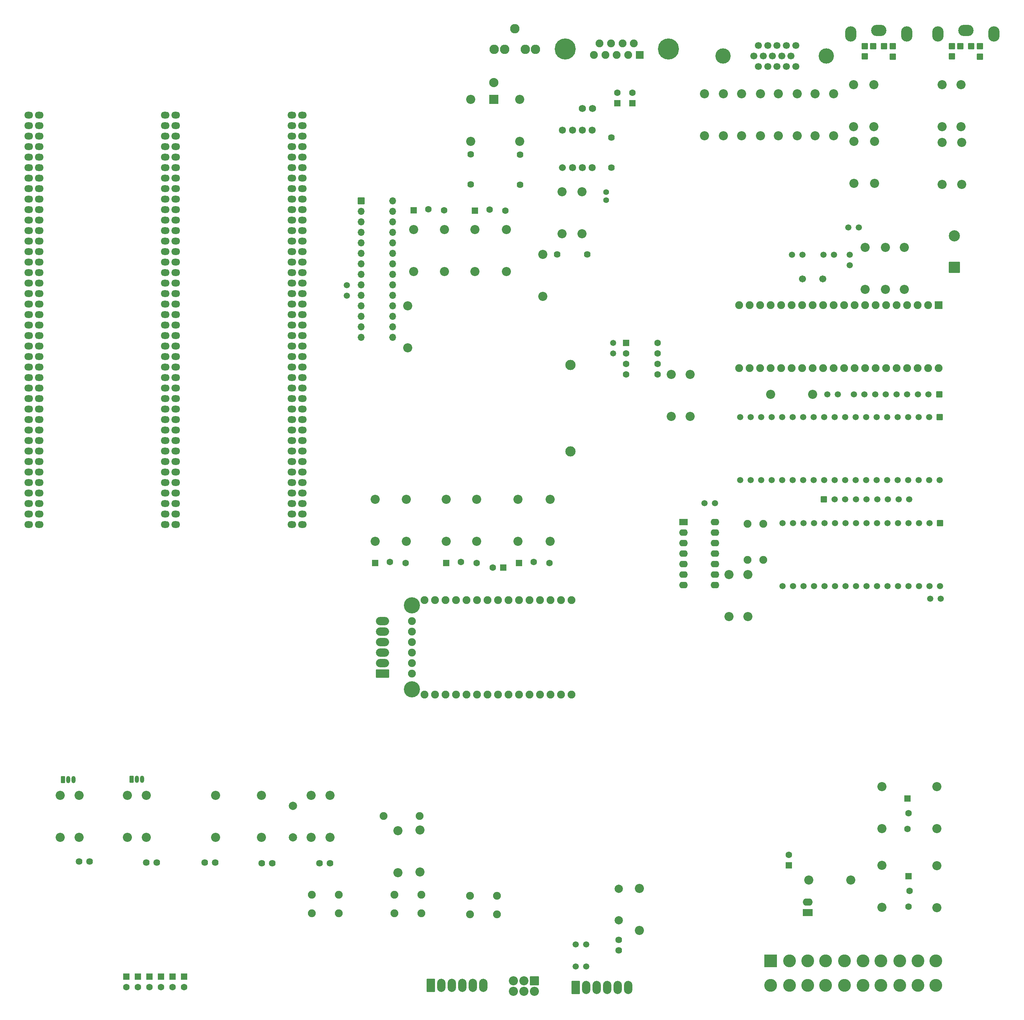
<source format=gbs>
G04 Layer: BottomSolderMaskLayer*
G04 EasyEDA v6.5.22, 2023-01-04 08:48:55*
G04 028e3914a6f949ed9ca799ef75e4ed4f,10*
G04 Gerber Generator version 0.2*
G04 Scale: 100 percent, Rotated: No, Reflected: No *
G04 Dimensions in millimeters *
G04 leading zeros omitted , absolute positions ,4 integer and 5 decimal *
%FSLAX45Y45*%
%MOMM*%

%AMMACRO1*1,1,$1,$2,$3*1,1,$1,$4,$5*1,1,$1,0-$2,0-$3*1,1,$1,0-$4,0-$5*20,1,$1,$2,$3,$4,$5,0*20,1,$1,$4,$5,0-$2,0-$3,0*20,1,$1,0-$2,0-$3,0-$4,0-$5,0*20,1,$1,0-$4,0-$5,$2,$3,0*4,1,4,$2,$3,$4,$5,0-$2,0-$3,0-$4,0-$5,$2,$3,0*%
%ADD10C,1.6002*%
%ADD11MACRO1,0.1016X0.7493X-0.7493X-0.7493X-0.7493*%
%ADD12MACRO1,0.2032X-1.25X-1.25X-1.25X1.25*%
%ADD13C,2.7032*%
%ADD14MACRO1,0.1016X0.7493X0.7493X0.7493X-0.7493*%
%ADD15C,2.4892*%
%ADD16R,1.6002X1.6002*%
%ADD17O,2.7432000000000003X3.7084000000000006*%
%ADD18O,3.7084000000000006X2.7432000000000003*%
%ADD19MACRO1,0.1016X-0.7112X0.7112X0.7112X0.7112*%
%ADD20C,3.7008*%
%ADD21C,1.6942*%
%ADD22MACRO1,0.1016X0.7501X0.7501X0.7501X-0.7501*%
%ADD23C,1.6016*%
%ADD24C,2.2032*%
%ADD25MACRO1,0.1016X-0.7501X0.7501X0.7501X0.7501*%
%ADD26C,1.4986*%
%ADD27C,1.4016*%
%ADD28MACRO1,0.24X-1X-1X-1X1*%
%ADD29C,2.2400*%
%ADD30C,1.7272*%
%ADD31C,1.6240*%
%ADD32C,1.9016*%
%ADD33C,2.0066*%
%ADD34MACRO1,0.1016X1.15X0.825X1.15X-0.825*%
%ADD35O,2.4015954X1.7516094000000002*%
%ADD36O,3.2031940000000003X2.0031963999999998*%
%ADD37MACRO1,0.2032X-1.5X-0.9X-1.5X0.9*%
%ADD38O,2.0031963999999998X3.2031940000000003*%
%ADD39MACRO1,0.2032X-0.9X1.5X0.9X1.5*%
%ADD40MACRO1,0.2032X-1X1X1X1*%
%ADD41C,2.2860*%
%ADD42O,2.1336X1.6256000000000002*%
%ADD43C,1.6256*%
%ADD44C,1.6600*%
%ADD45C,1.7200*%
%ADD46C,3.9116*%
%ADD47C,5.1016*%
%ADD48MACRO1,0.1016X0.9X-0.9X-0.9X-0.9*%
%ADD49MACRO1,0.1016X-0.45X0.8X0.45X0.8*%
%ADD50O,1.0015981999999999X1.7015968*%
%ADD51O,2.1015960000000002X1.6015970000000002*%
%ADD52MACRO1,0.1016X-1X0.75X1X0.75*%
%ADD53MACRO1,0.1016X0.75X0.75X0.75X-0.75*%
%ADD54O,1.7015968000000001X1.7015968000000001*%
%ADD55MACRO1,0.1016X-0.8X0.8X0.8X0.8*%
%ADD56C,3.1016*%
%ADD57MACRO1,0.1016X1.5X-1.5X-1.5X-1.5*%
%ADD58C,1.7016*%
%ADD59C,1.4732*%
%ADD60MACRO1,0.1016X-0.7099X0.7099X0.7099X0.7099*%
%ADD61C,1.5215*%
%ADD62MACRO1,0.1016X0.7099X-0.7099X-0.7099X-0.7099*%
%ADD63MACRO1,0.1016X0.6985X-0.6985X-0.6985X-0.6985*%
%ADD64C,0.0146*%

%LPD*%
D10*
G01*
X11747500Y-13487400D03*
D11*
G01*
X12001500Y-13487400D03*
D12*
G01*
X22910816Y-6221870D03*
D13*
G01*
X22910815Y-5462005D03*
D10*
G01*
X3441700Y-23634700D03*
D14*
G01*
X3441700Y-23380700D03*
D10*
G01*
X3162300Y-23634700D03*
D14*
G01*
X3162300Y-23380700D03*
D10*
G01*
X2882900Y-23634700D03*
D14*
G01*
X2882900Y-23380700D03*
D15*
G01*
X13627100Y-8578850D03*
G01*
X13627100Y-10674350D03*
D10*
G01*
X18910300Y-20434300D03*
D16*
G01*
X18910300Y-20688300D03*
D17*
G01*
X23870920Y-571500D03*
G01*
X22514559Y-571500D03*
D18*
G01*
X23190200Y-490220D03*
D19*
G01*
X23319739Y-871219D03*
G01*
X23060660Y-871219D03*
G01*
X22849839Y-871219D03*
G01*
X23530560Y-871219D03*
G01*
X23530560Y-1120140D03*
G01*
X22849839Y-1115059D03*
D17*
G01*
X21762720Y-571500D03*
G01*
X20406359Y-571500D03*
D18*
G01*
X21082000Y-490220D03*
D19*
G01*
X21211539Y-871219D03*
G01*
X20952460Y-871219D03*
G01*
X20741639Y-871219D03*
G01*
X21422360Y-871219D03*
G01*
X21422360Y-1120140D03*
G01*
X20741639Y-1115059D03*
D20*
G01*
X19817410Y-1104976D03*
G01*
X17317389Y-1104976D03*
D21*
G01*
X19073647Y-1358976D03*
G01*
X18848654Y-1358976D03*
G01*
X18623661Y-1358976D03*
G01*
X18398667Y-1358976D03*
G01*
X18173649Y-1358976D03*
G01*
X18961150Y-1104976D03*
G01*
X18736157Y-1104976D03*
G01*
X18511164Y-1104976D03*
G01*
X18286171Y-1104976D03*
G01*
X18061152Y-1104976D03*
G01*
X19073647Y-850976D03*
G01*
X18848654Y-850976D03*
G01*
X18623661Y-850976D03*
G01*
X18398667Y-850976D03*
G01*
X18173649Y-850976D03*
D22*
G01*
X21780500Y-19075400D03*
D23*
G01*
X21805900Y-19431000D03*
G01*
X21780500Y-19812000D03*
D24*
G01*
X21158200Y-18783300D03*
G01*
X21158200Y-19799300D03*
G01*
X22491700Y-19799249D03*
G01*
X22491700Y-18783249D03*
D25*
G01*
X9829800Y-4838700D03*
D23*
G01*
X10185400Y-4813300D03*
G01*
X10566400Y-4838700D03*
D25*
G01*
X11315700Y-4851400D03*
D23*
G01*
X11671300Y-4826000D03*
G01*
X12052300Y-4851400D03*
D24*
G01*
X10579100Y-6324600D03*
G01*
X10579100Y-5308600D03*
G01*
X9829800Y-6324600D03*
G01*
X9829800Y-5308600D03*
G01*
X12077700Y-6324600D03*
G01*
X12077700Y-5308600D03*
G01*
X11315700Y-6324600D03*
G01*
X11315700Y-5308600D03*
D26*
G01*
X20383500Y-6172200D03*
G01*
X20383500Y-5918200D03*
G01*
X20345400Y-5257800D03*
G01*
X20599400Y-5257800D03*
G01*
X19837400Y-9296400D03*
G01*
X20091400Y-9296400D03*
G01*
X17119600Y-11925300D03*
G01*
X16865600Y-11925300D03*
G01*
X22580600Y-14236700D03*
G01*
X22326600Y-14236700D03*
G01*
X19748500Y-5918200D03*
G01*
X20002500Y-5918200D03*
G01*
X18986500Y-5918200D03*
G01*
X19240500Y-5918200D03*
G01*
X14008100Y-23139400D03*
G01*
X13754100Y-23139400D03*
G01*
X14008100Y-22606000D03*
G01*
X13754100Y-22606000D03*
G01*
X8216900Y-6654800D03*
G01*
X8216900Y-6908800D03*
D27*
G01*
X14490700Y-4595799D03*
G01*
X14490700Y-4395800D03*
D28*
G01*
X11772900Y-2155799D03*
D29*
G01*
X11772900Y-1745792D03*
D30*
G01*
X13908506Y-2374900D03*
G01*
X14158493Y-2374900D03*
D31*
G01*
X12407900Y-3495802D03*
G01*
X12407900Y-4225797D03*
G01*
X11214100Y-4213097D03*
G01*
X11214100Y-3483102D03*
G01*
X14617700Y-3076702D03*
G01*
X14617700Y-3806697D03*
G01*
X13300202Y-5905500D03*
G01*
X14030197Y-5905500D03*
D32*
G01*
X17907000Y-12430099D03*
G01*
X17907000Y-13300100D03*
G01*
X18288000Y-12430099D03*
G01*
X18288000Y-13300100D03*
G01*
X9102699Y-19494500D03*
G01*
X9972700Y-19494500D03*
D33*
G01*
X6908800Y-20015200D03*
G01*
X6908800Y-19253200D03*
G01*
X14795500Y-21259800D03*
G01*
X14795500Y-22021800D03*
D34*
G01*
X19367500Y-21831300D03*
D35*
G01*
X19367500Y-21577300D03*
D36*
G01*
X9080500Y-14782800D03*
G01*
X9080500Y-15036800D03*
G01*
X9080500Y-15290800D03*
G01*
X9080500Y-15544800D03*
G01*
X9080500Y-15798800D03*
D37*
G01*
X9080500Y-16052800D03*
D38*
G01*
X15024100Y-23647400D03*
G01*
X14770100Y-23647400D03*
G01*
X14516100Y-23647400D03*
G01*
X14262100Y-23647400D03*
G01*
X14008100Y-23647400D03*
D39*
G01*
X13754100Y-23647400D03*
D38*
G01*
X11518900Y-23596600D03*
G01*
X11264900Y-23596600D03*
G01*
X11010900Y-23596600D03*
G01*
X10756900Y-23596600D03*
G01*
X10502900Y-23596600D03*
D39*
G01*
X10248900Y-23596600D03*
D24*
G01*
X12242800Y-23479759D03*
G01*
X12242800Y-23733759D03*
G01*
X12496800Y-23479759D03*
G01*
X12496800Y-23733759D03*
D40*
G01*
X12750800Y-23479760D03*
D24*
G01*
X12750800Y-23733759D03*
D41*
G01*
X12280900Y-448310D03*
G01*
X12529820Y-948689D03*
G01*
X12781279Y-948689D03*
G01*
X12031979Y-948689D03*
G01*
X11780520Y-948689D03*
D42*
G01*
X7137400Y-2540000D03*
G01*
X7137400Y-11938000D03*
G01*
X7137400Y-11684000D03*
G01*
X7137400Y-11430000D03*
G01*
X7137400Y-11176000D03*
G01*
X7137400Y-10922000D03*
G01*
X7137400Y-10668000D03*
G01*
X7137400Y-10414000D03*
G01*
X7137400Y-10160000D03*
G01*
X7137400Y-9906000D03*
G01*
X7137400Y-9652000D03*
G01*
X7137400Y-9398000D03*
G01*
X7137400Y-9144000D03*
G01*
X7137400Y-8890000D03*
G01*
X7137400Y-8636000D03*
G01*
X7137400Y-8382000D03*
G01*
X7137400Y-8128000D03*
G01*
X7137400Y-7874000D03*
G01*
X7137400Y-7620000D03*
G01*
X7137400Y-7366000D03*
G01*
X7137400Y-7112000D03*
G01*
X7137400Y-6858000D03*
G01*
X7137400Y-6604000D03*
G01*
X7137400Y-6350000D03*
G01*
X7137400Y-6096000D03*
G01*
X7137400Y-5842000D03*
G01*
X7137400Y-5588000D03*
G01*
X7137400Y-5334000D03*
G01*
X7137400Y-5080000D03*
G01*
X7137400Y-4826000D03*
G01*
X7137400Y-4572000D03*
G01*
X7137400Y-4318000D03*
G01*
X7137400Y-4064000D03*
G01*
X7137400Y-3810000D03*
G01*
X7137400Y-3556000D03*
G01*
X7137400Y-3302000D03*
G01*
X7137400Y-3048000D03*
G01*
X7137400Y-2794000D03*
G01*
X7137400Y-12192000D03*
G01*
X7137400Y-12446000D03*
G01*
X6883400Y-2540000D03*
G01*
X6883400Y-11938000D03*
G01*
X6883400Y-11684000D03*
G01*
X6883400Y-11430000D03*
G01*
X6883400Y-11176000D03*
G01*
X6883400Y-10922000D03*
G01*
X6883400Y-10668000D03*
G01*
X6883400Y-10414000D03*
G01*
X6883400Y-10160000D03*
G01*
X6883400Y-9906000D03*
G01*
X6883400Y-9652000D03*
G01*
X6883400Y-9398000D03*
G01*
X6883400Y-9144000D03*
G01*
X6883400Y-8890000D03*
G01*
X6883400Y-8636000D03*
G01*
X6883400Y-8382000D03*
G01*
X6883400Y-8128000D03*
G01*
X6883400Y-7874000D03*
G01*
X6883400Y-7620000D03*
G01*
X6883400Y-7366000D03*
G01*
X6883400Y-7112000D03*
G01*
X6883400Y-6858000D03*
G01*
X6883400Y-6604000D03*
G01*
X6883400Y-6350000D03*
G01*
X6883400Y-6096000D03*
G01*
X6883400Y-5842000D03*
G01*
X6883400Y-5588000D03*
G01*
X6883400Y-5334000D03*
G01*
X6883400Y-5080000D03*
G01*
X6883400Y-4826000D03*
G01*
X6883400Y-4572000D03*
G01*
X6883400Y-4318000D03*
G01*
X6883400Y-4064000D03*
G01*
X6883400Y-3810000D03*
G01*
X6883400Y-3556000D03*
G01*
X6883400Y-3302000D03*
G01*
X6883400Y-3048000D03*
G01*
X6883400Y-2794000D03*
G01*
X6883400Y-12192000D03*
G01*
X6883400Y-12446000D03*
G01*
X4076700Y-2540000D03*
G01*
X4076700Y-11938000D03*
G01*
X4076700Y-11684000D03*
G01*
X4076700Y-11430000D03*
G01*
X4076700Y-11176000D03*
G01*
X4076700Y-10922000D03*
G01*
X4076700Y-10668000D03*
G01*
X4076700Y-10414000D03*
G01*
X4076700Y-10160000D03*
G01*
X4076700Y-9906000D03*
G01*
X4076700Y-9652000D03*
G01*
X4076700Y-9398000D03*
G01*
X4076700Y-9144000D03*
G01*
X4076700Y-8890000D03*
G01*
X4076700Y-8636000D03*
G01*
X4076700Y-8382000D03*
G01*
X4076700Y-8128000D03*
G01*
X4076700Y-7874000D03*
G01*
X4076700Y-7620000D03*
G01*
X4076700Y-7366000D03*
G01*
X4076700Y-7112000D03*
G01*
X4076700Y-6858000D03*
G01*
X4076700Y-6604000D03*
G01*
X4076700Y-6350000D03*
G01*
X4076700Y-6096000D03*
G01*
X4076700Y-5842000D03*
G01*
X4076700Y-5588000D03*
G01*
X4076700Y-5334000D03*
G01*
X4076700Y-5080000D03*
G01*
X4076700Y-4826000D03*
G01*
X4076700Y-4572000D03*
G01*
X4076700Y-4318000D03*
G01*
X4076700Y-4064000D03*
G01*
X4076700Y-3810000D03*
G01*
X4076700Y-3556000D03*
G01*
X4076700Y-3302000D03*
G01*
X4076700Y-3048000D03*
G01*
X4076700Y-2794000D03*
G01*
X4076700Y-12192000D03*
G01*
X4076700Y-12446000D03*
G01*
X3822700Y-2540000D03*
G01*
X3822700Y-11938000D03*
G01*
X3822700Y-11684000D03*
G01*
X3822700Y-11430000D03*
G01*
X3822700Y-11176000D03*
G01*
X3822700Y-10922000D03*
G01*
X3822700Y-10668000D03*
G01*
X3822700Y-10414000D03*
G01*
X3822700Y-10160000D03*
G01*
X3822700Y-9906000D03*
G01*
X3822700Y-9652000D03*
G01*
X3822700Y-9398000D03*
G01*
X3822700Y-9144000D03*
G01*
X3822700Y-8890000D03*
G01*
X3822700Y-8636000D03*
G01*
X3822700Y-8382000D03*
G01*
X3822700Y-8128000D03*
G01*
X3822700Y-7874000D03*
G01*
X3822700Y-7620000D03*
G01*
X3822700Y-7366000D03*
G01*
X3822700Y-7112000D03*
G01*
X3822700Y-6858000D03*
G01*
X3822700Y-6604000D03*
G01*
X3822700Y-6350000D03*
G01*
X3822700Y-6096000D03*
G01*
X3822700Y-5842000D03*
G01*
X3822700Y-5588000D03*
G01*
X3822700Y-5334000D03*
G01*
X3822700Y-5080000D03*
G01*
X3822700Y-4826000D03*
G01*
X3822700Y-4572000D03*
G01*
X3822700Y-4318000D03*
G01*
X3822700Y-4064000D03*
G01*
X3822700Y-3810000D03*
G01*
X3822700Y-3556000D03*
G01*
X3822700Y-3302000D03*
G01*
X3822700Y-3048000D03*
G01*
X3822700Y-2794000D03*
G01*
X3822700Y-12192000D03*
G01*
X3822700Y-12446000D03*
G01*
X774700Y-2540000D03*
G01*
X774700Y-11938000D03*
G01*
X774700Y-11684000D03*
G01*
X774700Y-11430000D03*
G01*
X774700Y-11176000D03*
G01*
X774700Y-10922000D03*
G01*
X774700Y-10668000D03*
G01*
X774700Y-10414000D03*
G01*
X774700Y-10160000D03*
G01*
X774700Y-9906000D03*
G01*
X774700Y-9652000D03*
G01*
X774700Y-9398000D03*
G01*
X774700Y-9144000D03*
G01*
X774700Y-8890000D03*
G01*
X774700Y-8636000D03*
G01*
X774700Y-8382000D03*
G01*
X774700Y-8128000D03*
G01*
X774700Y-7874000D03*
G01*
X774700Y-7620000D03*
G01*
X774700Y-7366000D03*
G01*
X774700Y-7112000D03*
G01*
X774700Y-6858000D03*
G01*
X774700Y-6604000D03*
G01*
X774700Y-6350000D03*
G01*
X774700Y-6096000D03*
G01*
X774700Y-5842000D03*
G01*
X774700Y-5588000D03*
G01*
X774700Y-5334000D03*
G01*
X774700Y-5080000D03*
G01*
X774700Y-4826000D03*
G01*
X774700Y-4572000D03*
G01*
X774700Y-4318000D03*
G01*
X774700Y-4064000D03*
G01*
X774700Y-3810000D03*
G01*
X774700Y-3556000D03*
G01*
X774700Y-3302000D03*
G01*
X774700Y-3048000D03*
G01*
X774700Y-2794000D03*
G01*
X774700Y-12192000D03*
G01*
X774700Y-12446000D03*
G01*
X520700Y-2540000D03*
G01*
X520700Y-11938000D03*
G01*
X520700Y-11684000D03*
G01*
X520700Y-11430000D03*
G01*
X520700Y-11176000D03*
G01*
X520700Y-10922000D03*
G01*
X520700Y-10668000D03*
G01*
X520700Y-10414000D03*
G01*
X520700Y-10160000D03*
G01*
X520700Y-9906000D03*
G01*
X520700Y-9652000D03*
G01*
X520700Y-9398000D03*
G01*
X520700Y-9144000D03*
G01*
X520700Y-8890000D03*
G01*
X520700Y-8636000D03*
G01*
X520700Y-8382000D03*
G01*
X520700Y-8128000D03*
G01*
X520700Y-7874000D03*
G01*
X520700Y-7620000D03*
G01*
X520700Y-7366000D03*
G01*
X520700Y-7112000D03*
G01*
X520700Y-6858000D03*
G01*
X520700Y-6604000D03*
G01*
X520700Y-6350000D03*
G01*
X520700Y-6096000D03*
G01*
X520700Y-5842000D03*
G01*
X520700Y-5588000D03*
G01*
X520700Y-5334000D03*
G01*
X520700Y-5080000D03*
G01*
X520700Y-4826000D03*
G01*
X520700Y-4572000D03*
G01*
X520700Y-4318000D03*
G01*
X520700Y-4064000D03*
G01*
X520700Y-3810000D03*
G01*
X520700Y-3556000D03*
G01*
X520700Y-3302000D03*
G01*
X520700Y-3048000D03*
G01*
X520700Y-2794000D03*
G01*
X520700Y-12192000D03*
G01*
X520700Y-12446000D03*
D43*
G01*
X4775200Y-20624800D03*
G01*
X5029200Y-20624800D03*
G01*
X3365500Y-20624749D03*
G01*
X3619500Y-20624749D03*
G01*
X1739900Y-20599400D03*
G01*
X1993900Y-20599400D03*
G01*
X7556500Y-20637449D03*
G01*
X7810500Y-20637449D03*
G01*
X6159500Y-20637500D03*
G01*
X6413500Y-20637500D03*
G01*
X14795500Y-22745700D03*
G01*
X14795500Y-22491700D03*
D44*
G01*
X13432205Y-3802811D03*
D45*
G01*
X13672210Y-3802811D03*
G01*
X13912189Y-3802811D03*
G01*
X14152194Y-3802811D03*
G01*
X14152194Y-2902813D03*
G01*
X13912189Y-2902813D03*
G01*
X13672210Y-2902813D03*
G01*
X13432205Y-2902813D03*
D32*
G01*
X10096500Y-16560800D03*
G01*
X10350500Y-16560800D03*
G01*
X10604500Y-16560800D03*
G01*
X10858500Y-16560800D03*
G01*
X11112500Y-16560800D03*
G01*
X11366500Y-16560800D03*
G01*
X11620500Y-16560800D03*
G01*
X11874500Y-16560800D03*
G01*
X12128500Y-16560800D03*
G01*
X12382500Y-16560800D03*
G01*
X12636500Y-16560800D03*
G01*
X12890500Y-16560800D03*
G01*
X13144500Y-16560800D03*
G01*
X13398500Y-16560800D03*
G01*
X13652500Y-16560800D03*
G01*
X13652500Y-14274800D03*
G01*
X13398500Y-14274800D03*
G01*
X13144500Y-14274800D03*
G01*
X12890500Y-14274800D03*
G01*
X12636500Y-14274800D03*
G01*
X12382500Y-14274800D03*
G01*
X12128500Y-14274800D03*
G01*
X11874500Y-14274800D03*
G01*
X11620500Y-14274800D03*
G01*
X11366500Y-14274800D03*
G01*
X11112500Y-14274800D03*
G01*
X10858500Y-14274800D03*
G01*
X10604500Y-14274800D03*
G01*
X10350500Y-14274800D03*
G01*
X10096500Y-14274800D03*
G01*
X9791700Y-14782800D03*
G01*
X9791700Y-15036800D03*
G01*
X9791700Y-15290800D03*
G01*
X9791700Y-15544800D03*
G01*
X9791700Y-15798800D03*
G01*
X9791700Y-16052800D03*
D46*
G01*
X9791700Y-14401800D03*
G01*
X9791700Y-16433800D03*
D32*
G01*
X14744700Y-1081811D03*
D47*
G01*
X13494715Y-939825D03*
D32*
G01*
X14190700Y-1081811D03*
G01*
X14467687Y-1081811D03*
G01*
X15021686Y-1081811D03*
D48*
G01*
X15298676Y-1081788D03*
D32*
G01*
X14329181Y-797813D03*
G01*
X14606193Y-797813D03*
G01*
X14883180Y-797813D03*
G01*
X15160193Y-797813D03*
D47*
G01*
X15994710Y-939825D03*
D49*
G01*
X3009900Y-18605500D03*
D50*
G01*
X3136900Y-18605500D03*
G01*
X3263900Y-18605500D03*
D49*
G01*
X1346200Y-18618200D03*
D50*
G01*
X1473200Y-18618200D03*
G01*
X1600200Y-18618200D03*
D25*
G01*
X8902700Y-13373072D03*
D23*
G01*
X9258300Y-13347674D03*
G01*
X9639300Y-13373074D03*
D25*
G01*
X12382500Y-13373072D03*
D23*
G01*
X12738100Y-13347674D03*
G01*
X13119100Y-13373074D03*
D25*
G01*
X10617200Y-13373100D03*
D23*
G01*
X10972800Y-13347700D03*
G01*
X11353800Y-13373100D03*
D22*
G01*
X21805900Y-20955000D03*
D23*
G01*
X21831300Y-21310600D03*
G01*
X21805900Y-21691600D03*
D24*
G01*
X17462500Y-13652500D03*
G01*
X17462500Y-14668500D03*
G01*
X5041900Y-20015149D03*
G01*
X5041900Y-18999149D03*
G01*
X17919700Y-14668500D03*
G01*
X17919700Y-13652500D03*
G01*
X2908300Y-20015200D03*
G01*
X2908300Y-18999200D03*
G01*
X3365500Y-20015200D03*
G01*
X3365500Y-18999200D03*
G01*
X1282700Y-20015200D03*
G01*
X1282700Y-18999200D03*
G01*
X1739900Y-20015149D03*
G01*
X1739900Y-18999149D03*
G01*
X19481800Y-9296400D03*
G01*
X18465800Y-9296400D03*
G01*
X6146800Y-18999149D03*
G01*
X6146800Y-20015149D03*
G01*
X7353300Y-18999200D03*
G01*
X7353300Y-20015200D03*
G01*
X7810500Y-18999200D03*
G01*
X7810500Y-20015200D03*
G01*
X9652000Y-11836374D03*
G01*
X9652000Y-12852374D03*
G01*
X8902700Y-11836400D03*
G01*
X8902700Y-12852400D03*
G01*
X13131800Y-11836374D03*
G01*
X13131800Y-12852374D03*
G01*
X12357100Y-12852374D03*
G01*
X12357100Y-11836374D03*
G01*
X19989800Y-2019300D03*
G01*
X19989800Y-3035300D03*
G01*
X19545300Y-2019300D03*
G01*
X19545300Y-3035300D03*
G01*
X18656300Y-2019300D03*
G01*
X18656300Y-3035300D03*
G01*
X19113500Y-2019300D03*
G01*
X19113500Y-3035300D03*
G01*
X17767300Y-2019300D03*
G01*
X17767300Y-3035300D03*
G01*
X18224500Y-2019300D03*
G01*
X18224500Y-3035300D03*
G01*
X17322800Y-2019300D03*
G01*
X17322800Y-3035300D03*
G01*
X16865600Y-2019300D03*
G01*
X16865600Y-3035300D03*
G01*
X20485100Y-3175000D03*
G01*
X20485100Y-4191000D03*
G01*
X20980400Y-3175000D03*
G01*
X20980400Y-4191000D03*
G01*
X20472400Y-1803400D03*
G01*
X20472400Y-2819400D03*
G01*
X20967700Y-1803400D03*
G01*
X20967700Y-2819400D03*
G01*
X22618700Y-3200400D03*
G01*
X22618700Y-4216400D03*
G01*
X23088600Y-3200400D03*
G01*
X23088600Y-4216400D03*
G01*
X22618700Y-1803400D03*
G01*
X22618700Y-2819400D03*
G01*
X23075900Y-1803400D03*
G01*
X23075900Y-2819400D03*
G01*
X12395200Y-2159000D03*
G01*
X12395200Y-3175000D03*
G01*
X11214100Y-3175000D03*
G01*
X11214100Y-2159000D03*
G01*
X13906500Y-4394200D03*
G01*
X13906500Y-5410200D03*
G01*
X13423900Y-5410200D03*
G01*
X13423900Y-4394200D03*
G01*
X12954000Y-6921500D03*
G01*
X12954000Y-5905500D03*
G01*
X21247100Y-5740374D03*
G01*
X21247100Y-6756374D03*
G01*
X21704300Y-5740374D03*
G01*
X21704300Y-6756374D03*
G01*
X20751800Y-6756400D03*
G01*
X20751800Y-5740400D03*
G01*
X9448800Y-20866100D03*
G01*
X9448800Y-19850100D03*
G01*
X9982200Y-20853400D03*
G01*
X9982200Y-19837400D03*
G01*
X16065500Y-8813800D03*
G01*
X16065500Y-9829800D03*
G01*
X16522700Y-8813774D03*
G01*
X16522700Y-9829774D03*
G01*
X11353800Y-11836374D03*
G01*
X11353800Y-12852374D03*
G01*
X10617200Y-11836400D03*
G01*
X10617200Y-12852400D03*
G01*
X19392900Y-21043900D03*
G01*
X20408900Y-21043900D03*
G01*
X21158200Y-20688300D03*
G01*
X21158200Y-21704300D03*
G01*
X22491700Y-21717000D03*
G01*
X22491700Y-20701000D03*
G01*
X9690100Y-7150100D03*
G01*
X9690100Y-8166100D03*
G01*
X15290800Y-21247100D03*
G01*
X15290800Y-22263100D03*
D32*
G01*
X7371079Y-21403056D03*
G01*
X7371079Y-21853143D03*
G01*
X8021320Y-21403056D03*
G01*
X8021320Y-21853143D03*
G01*
X9364979Y-21403005D03*
G01*
X9364979Y-21853093D03*
G01*
X10015220Y-21403005D03*
G01*
X10015220Y-21853093D03*
G01*
X11193779Y-21428456D03*
G01*
X11193779Y-21878543D03*
G01*
X11844020Y-21428456D03*
G01*
X11844020Y-21878543D03*
D51*
G01*
X17119600Y-13906500D03*
G01*
X17119600Y-13652500D03*
G01*
X17119600Y-13398500D03*
G01*
X17119600Y-13144500D03*
G01*
X17119600Y-12890500D03*
G01*
X17119600Y-12636500D03*
G01*
X17119600Y-12382500D03*
G01*
X16357600Y-13906500D03*
G01*
X16357600Y-13652500D03*
G01*
X16357600Y-13398500D03*
G01*
X16357600Y-13144500D03*
G01*
X16357600Y-12890500D03*
G01*
X16357600Y-12636500D03*
D52*
G01*
X16357600Y-12382500D03*
D32*
G01*
X17957800Y-7137400D03*
G01*
X18465800Y-7137400D03*
G01*
X18211800Y-7137400D03*
G01*
X19481800Y-7137400D03*
G01*
X20497800Y-7137400D03*
G01*
X20751800Y-7137400D03*
G01*
X21005800Y-7137400D03*
G01*
X21259800Y-7137400D03*
G01*
X21513800Y-7137400D03*
G01*
X21767800Y-7137400D03*
G01*
X22021800Y-7137400D03*
G01*
X22275800Y-7137400D03*
D48*
G01*
X22529800Y-7137400D03*
D32*
G01*
X20243800Y-7137400D03*
G01*
X19735800Y-7137400D03*
G01*
X19989800Y-7137400D03*
G01*
X19227800Y-7137400D03*
G01*
X18719800Y-7137400D03*
G01*
X18973800Y-7137400D03*
G01*
X17703800Y-7137400D03*
G01*
X22275800Y-8661400D03*
G01*
X22529800Y-8661400D03*
G01*
X22021800Y-8661400D03*
G01*
X21767800Y-8661400D03*
G01*
X18719800Y-8661400D03*
G01*
X18973800Y-8661400D03*
G01*
X19227800Y-8661400D03*
G01*
X19481800Y-8661400D03*
G01*
X18465800Y-8661400D03*
G01*
X18211800Y-8661400D03*
G01*
X17957800Y-8661400D03*
G01*
X17703800Y-8661400D03*
G01*
X20497800Y-8661400D03*
G01*
X20243800Y-8661400D03*
G01*
X19989800Y-8661400D03*
G01*
X19735800Y-8661400D03*
G01*
X20751800Y-8661400D03*
G01*
X21005800Y-8661400D03*
G01*
X21259800Y-8661400D03*
G01*
X21513800Y-8661400D03*
D53*
G01*
X14973300Y-8051800D03*
D23*
G01*
X14973300Y-8305800D03*
G01*
X14973300Y-8559800D03*
G01*
X14973300Y-8813800D03*
G01*
X15735300Y-8051800D03*
G01*
X15735300Y-8305800D03*
G01*
X15735300Y-8559800D03*
G01*
X15735300Y-8813800D03*
D54*
G01*
X9321800Y-5118100D03*
G01*
X9321800Y-5372100D03*
G01*
X9321800Y-5626100D03*
G01*
X9321800Y-5880100D03*
G01*
X9321800Y-6134100D03*
G01*
X9321800Y-6388100D03*
G01*
X9321800Y-6642100D03*
G01*
X8559800Y-6642100D03*
G01*
X9321800Y-4864100D03*
G01*
X9321800Y-4610100D03*
G01*
X8559800Y-6388100D03*
G01*
X8559800Y-6134100D03*
G01*
X8559800Y-5880100D03*
G01*
X8559800Y-5626100D03*
G01*
X8559800Y-5372100D03*
G01*
X8559800Y-5118100D03*
G01*
X8559800Y-4864100D03*
D55*
G01*
X8559800Y-4610100D03*
D54*
G01*
X8559800Y-6896100D03*
G01*
X8559800Y-7150100D03*
G01*
X8559800Y-7404100D03*
G01*
X8559800Y-7658100D03*
G01*
X8559800Y-7912100D03*
G01*
X9321800Y-7912100D03*
G01*
X9321800Y-7658100D03*
G01*
X9321800Y-7404100D03*
G01*
X9321800Y-7150100D03*
G01*
X9321800Y-6896100D03*
D56*
G01*
X22466300Y-23596600D03*
G01*
X22034500Y-23596600D03*
G01*
X21590000Y-23596600D03*
G01*
X20256500Y-23596600D03*
G01*
X20701000Y-23596600D03*
G01*
X21132800Y-23596600D03*
G01*
X18465800Y-23596600D03*
G01*
X18923000Y-23596600D03*
G01*
X19367500Y-23596600D03*
G01*
X19799300Y-23596600D03*
G01*
X19799300Y-22999700D03*
G01*
X19367500Y-22999700D03*
G01*
X18923000Y-22999700D03*
D57*
G01*
X18465800Y-22999700D03*
D56*
G01*
X21132800Y-22999700D03*
G01*
X20701000Y-22999700D03*
G01*
X20256500Y-22999700D03*
G01*
X21590000Y-22999700D03*
G01*
X22034500Y-22999700D03*
G01*
X22466300Y-22999700D03*
D58*
G01*
X19236791Y-6502400D03*
G01*
X19726808Y-6502400D03*
D59*
G01*
X14655800Y-8051800D03*
G01*
X14655800Y-8305800D03*
D10*
G01*
X15125700Y-1993900D03*
D16*
G01*
X15125700Y-2247900D03*
D10*
G01*
X14757400Y-1993900D03*
D16*
G01*
X14757400Y-2247900D03*
D10*
G01*
X4000500Y-23634700D03*
D14*
G01*
X4000500Y-23380700D03*
D10*
G01*
X4279900Y-23634700D03*
D14*
G01*
X4279900Y-23380700D03*
D10*
G01*
X3721100Y-23634700D03*
D14*
G01*
X3721100Y-23380700D03*
D60*
G01*
X19757643Y-11836400D03*
D61*
G01*
X20015708Y-11836400D03*
G01*
X20273772Y-11836400D03*
G01*
X20531836Y-11836400D03*
G01*
X20789900Y-11836400D03*
G01*
X21047963Y-11836400D03*
G01*
X21306027Y-11836400D03*
G01*
X21564091Y-11836400D03*
G01*
X21822156Y-11836400D03*
D62*
G01*
X22546056Y-9296400D03*
D61*
G01*
X22287991Y-9296400D03*
G01*
X22029927Y-9296400D03*
G01*
X21771863Y-9296400D03*
G01*
X21513800Y-9296400D03*
G01*
X21255736Y-9296400D03*
G01*
X20997672Y-9296400D03*
G01*
X20739608Y-9296400D03*
G01*
X20481543Y-9296400D03*
D63*
G01*
X22555200Y-9842500D03*
D26*
G01*
X22301200Y-9842500D03*
G01*
X22047200Y-9842500D03*
G01*
X21793200Y-9842500D03*
G01*
X21539200Y-9842500D03*
G01*
X21285200Y-9842500D03*
G01*
X21031200Y-9842500D03*
G01*
X20777200Y-9842500D03*
G01*
X20523200Y-9842500D03*
G01*
X20269200Y-9842500D03*
G01*
X20015200Y-9842500D03*
G01*
X19761200Y-9842500D03*
G01*
X19507200Y-9842500D03*
G01*
X19253200Y-9842500D03*
G01*
X18999200Y-9842500D03*
G01*
X18745200Y-9842500D03*
G01*
X18491200Y-9842500D03*
G01*
X18237200Y-9842500D03*
G01*
X17983200Y-9842500D03*
G01*
X17729200Y-9842500D03*
G01*
X17729200Y-11366500D03*
G01*
X17983200Y-11366500D03*
G01*
X18237200Y-11366500D03*
G01*
X18491200Y-11366500D03*
G01*
X18745200Y-11366500D03*
G01*
X18999200Y-11366500D03*
G01*
X19253200Y-11366500D03*
G01*
X19507200Y-11366500D03*
G01*
X19761200Y-11366500D03*
G01*
X20015200Y-11366500D03*
G01*
X20269200Y-11366500D03*
G01*
X20523200Y-11366500D03*
G01*
X20777200Y-11366500D03*
G01*
X21031200Y-11366500D03*
G01*
X21285200Y-11366500D03*
G01*
X21539200Y-11366500D03*
G01*
X21793200Y-11366500D03*
G01*
X22047200Y-11366500D03*
G01*
X22301200Y-11366500D03*
G01*
X22555200Y-11366500D03*
D63*
G01*
X22567900Y-12407900D03*
D26*
G01*
X22313900Y-12407900D03*
G01*
X22059900Y-12407900D03*
G01*
X21805900Y-12407900D03*
G01*
X21551900Y-12407900D03*
G01*
X21297900Y-12407900D03*
G01*
X21043900Y-12407900D03*
G01*
X20789900Y-12407900D03*
G01*
X20535900Y-12407900D03*
G01*
X20281900Y-12407900D03*
G01*
X20027900Y-12407900D03*
G01*
X19773900Y-12407900D03*
G01*
X19519900Y-12407900D03*
G01*
X19265900Y-12407900D03*
G01*
X19011900Y-12407900D03*
G01*
X18757900Y-12407900D03*
G01*
X18757900Y-13931900D03*
G01*
X19011900Y-13931900D03*
G01*
X19265900Y-13931900D03*
G01*
X19519900Y-13931900D03*
G01*
X19773900Y-13931900D03*
G01*
X20027900Y-13931900D03*
G01*
X20281900Y-13931900D03*
G01*
X20535900Y-13931900D03*
G01*
X20789900Y-13931900D03*
G01*
X21043900Y-13931900D03*
G01*
X21297900Y-13931900D03*
G01*
X21551900Y-13931900D03*
G01*
X21805900Y-13931900D03*
G01*
X22059900Y-13931900D03*
G01*
X22313900Y-13931900D03*
G01*
X22567900Y-13931900D03*
M02*

</source>
